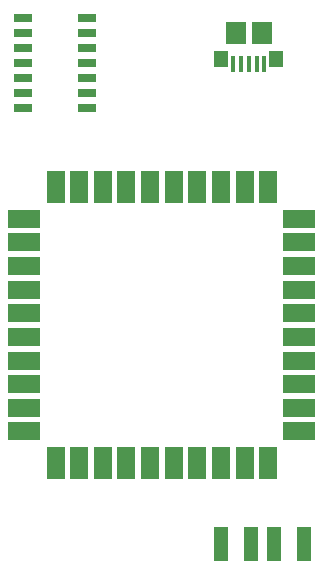
<source format=gtp>
G04 #@! TF.GenerationSoftware,KiCad,Pcbnew,(5.1.6)-1*
G04 #@! TF.CreationDate,2022-08-20T08:16:05-04:00*
G04 #@! TF.ProjectId,amiga-2000-usb-kb-stamp,616d6967-612d-4323-9030-302d7573622d,rev?*
G04 #@! TF.SameCoordinates,Original*
G04 #@! TF.FileFunction,Paste,Top*
G04 #@! TF.FilePolarity,Positive*
%FSLAX46Y46*%
G04 Gerber Fmt 4.6, Leading zero omitted, Abs format (unit mm)*
G04 Created by KiCad (PCBNEW (5.1.6)-1) date 2022-08-20 08:16:05*
%MOMM*%
%LPD*%
G01*
G04 APERTURE LIST*
%ADD10R,1.525000X0.650000*%
%ADD11R,0.400000X1.400000*%
%ADD12R,1.750000X1.900000*%
%ADD13R,1.150000X1.450000*%
%ADD14R,1.300000X3.000000*%
%ADD15R,2.800000X1.500000*%
%ADD16R,1.500000X2.800000*%
G04 APERTURE END LIST*
D10*
X159430000Y-74803000D03*
X159430000Y-73533000D03*
X159430000Y-72263000D03*
X159430000Y-70993000D03*
X159430000Y-69723000D03*
X159430000Y-68453000D03*
X159430000Y-67183000D03*
X154006000Y-67183000D03*
X154006000Y-68453000D03*
X154006000Y-69723000D03*
X154006000Y-70993000D03*
X154006000Y-72263000D03*
X154006000Y-73533000D03*
X154006000Y-74803000D03*
D11*
X174401000Y-71103000D03*
X173751000Y-71103000D03*
X173101000Y-71103000D03*
X172451000Y-71103000D03*
X171801000Y-71103000D03*
D12*
X174226000Y-68453000D03*
X171976000Y-68453000D03*
D13*
X175421000Y-70683000D03*
X170781000Y-70683000D03*
D14*
X170744000Y-111719000D03*
X173244000Y-111719000D03*
X175244000Y-111719000D03*
X177744000Y-111719000D03*
D15*
X177385000Y-84218000D03*
X177385000Y-86218000D03*
X177385000Y-88218000D03*
X177385000Y-90218000D03*
X177385000Y-92218000D03*
X177385000Y-94218000D03*
X177385000Y-96218000D03*
X177385000Y-98218000D03*
X177385000Y-100218000D03*
X177385000Y-102218000D03*
D16*
X174735000Y-104868000D03*
X172735000Y-104868000D03*
X170735000Y-104868000D03*
X168735000Y-104868000D03*
X166735000Y-104868000D03*
X164735000Y-104868000D03*
X162735000Y-104868000D03*
X160735000Y-104868000D03*
X158735000Y-104868000D03*
X156735000Y-104868000D03*
D15*
X154085000Y-102218000D03*
X154085000Y-100218000D03*
X154085000Y-98218000D03*
X154085000Y-96218000D03*
X154085000Y-94218000D03*
X154085000Y-92218000D03*
X154085000Y-90218000D03*
X154085000Y-88218000D03*
X154085000Y-86218000D03*
X154085000Y-84218000D03*
D16*
X156735000Y-81568000D03*
X158735000Y-81568000D03*
X160735000Y-81568000D03*
X162735000Y-81568000D03*
X164735000Y-81568000D03*
X166735000Y-81568000D03*
X168735000Y-81568000D03*
X170735000Y-81568000D03*
X172735000Y-81568000D03*
X174735000Y-81568000D03*
M02*

</source>
